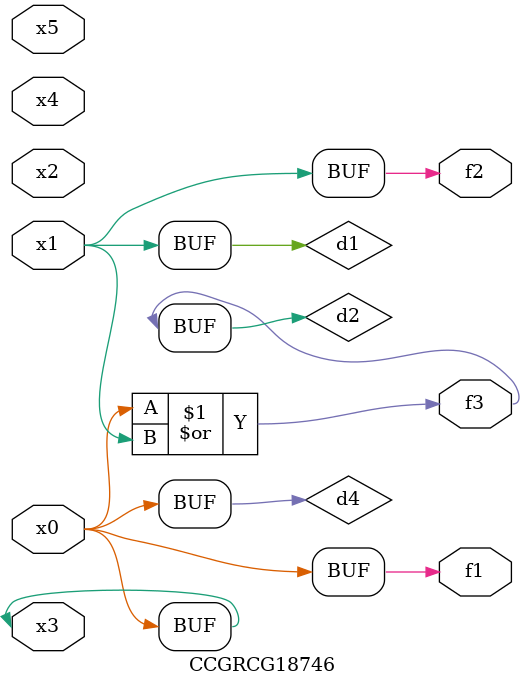
<source format=v>
module CCGRCG18746(
	input x0, x1, x2, x3, x4, x5,
	output f1, f2, f3
);

	wire d1, d2, d3, d4;

	and (d1, x1);
	or (d2, x0, x1);
	nand (d3, x0, x5);
	buf (d4, x0, x3);
	assign f1 = d4;
	assign f2 = d1;
	assign f3 = d2;
endmodule

</source>
